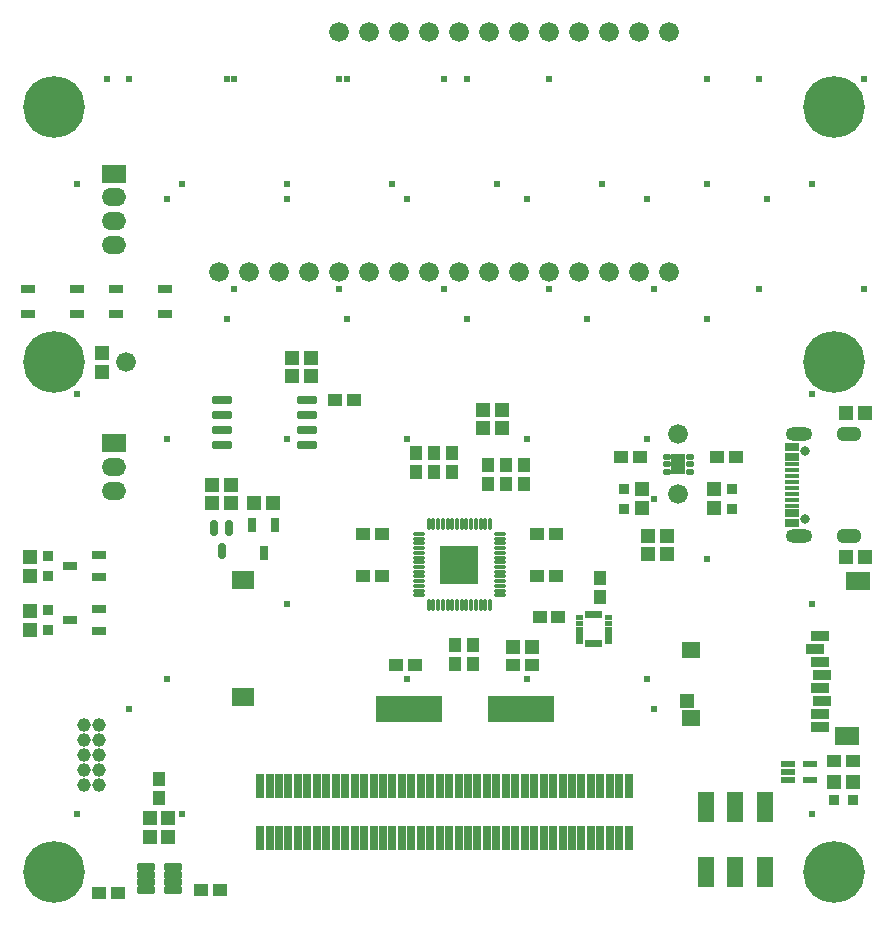
<source format=gts>
G04*
G04 #@! TF.GenerationSoftware,Altium Limited,Altium Designer,24.2.2 (26)*
G04*
G04 Layer_Color=8388736*
%FSLAX44Y44*%
%MOMM*%
G71*
G04*
G04 #@! TF.SameCoordinates,F7EBB540-B4CE-4F1F-BB4A-EDFB59B12267*
G04*
G04*
G04 #@! TF.FilePolarity,Negative*
G04*
G01*
G75*
%ADD43R,1.3000X0.7500*%
%ADD44R,1.3000X0.4500*%
%ADD45R,1.1500X1.2000*%
%ADD46R,1.2000X1.1500*%
%ADD47R,1.8500X1.6500*%
%ADD48R,0.7500X1.1500*%
%ADD49R,1.2676X0.5056*%
%ADD50R,1.1500X1.1000*%
%ADD51R,0.9500X0.9500*%
%ADD52R,2.0500X1.5500*%
%ADD53R,1.5500X1.3500*%
%ADD54R,1.1900X1.1500*%
%ADD55R,1.6500X0.9500*%
%ADD56R,1.5500X1.4500*%
%ADD57R,5.6880X2.2082*%
%ADD58R,1.1000X1.1500*%
G04:AMPARAMS|DCode=59|XSize=1.3mm|YSize=0.65mm|CornerRadius=0.1375mm|HoleSize=0mm|Usage=FLASHONLY|Rotation=270.000|XOffset=0mm|YOffset=0mm|HoleType=Round|Shape=RoundedRectangle|*
%AMROUNDEDRECTD59*
21,1,1.3000,0.3750,0,0,270.0*
21,1,1.0250,0.6500,0,0,270.0*
1,1,0.2750,-0.1875,-0.5125*
1,1,0.2750,-0.1875,0.5125*
1,1,0.2750,0.1875,0.5125*
1,1,0.2750,0.1875,-0.5125*
%
%ADD59ROUNDEDRECTD59*%
G04:AMPARAMS|DCode=60|XSize=1.52mm|YSize=0.63mm|CornerRadius=0.099mm|HoleSize=0mm|Usage=FLASHONLY|Rotation=0.000|XOffset=0mm|YOffset=0mm|HoleType=Round|Shape=RoundedRectangle|*
%AMROUNDEDRECTD60*
21,1,1.5200,0.4320,0,0,0.0*
21,1,1.3220,0.6300,0,0,0.0*
1,1,0.1980,0.6610,-0.2160*
1,1,0.1980,-0.6610,-0.2160*
1,1,0.1980,-0.6610,0.2160*
1,1,0.1980,0.6610,0.2160*
%
%ADD60ROUNDEDRECTD60*%
%ADD61R,1.3500X2.6500*%
%ADD62R,0.9500X0.9500*%
%ADD63R,1.1500X1.7500*%
G04:AMPARAMS|DCode=64|XSize=0.6mm|YSize=0.45mm|CornerRadius=0.0825mm|HoleSize=0mm|Usage=FLASHONLY|Rotation=0.000|XOffset=0mm|YOffset=0mm|HoleType=Round|Shape=RoundedRectangle|*
%AMROUNDEDRECTD64*
21,1,0.6000,0.2850,0,0,0.0*
21,1,0.4350,0.4500,0,0,0.0*
1,1,0.1650,0.2175,-0.1425*
1,1,0.1650,-0.2175,-0.1425*
1,1,0.1650,-0.2175,0.1425*
1,1,0.1650,0.2175,0.1425*
%
%ADD64ROUNDEDRECTD64*%
%ADD65C,1.6740*%
%ADD66R,1.2000X0.8000*%
%ADD67R,3.2000X3.2000*%
G04:AMPARAMS|DCode=68|XSize=0.94mm|YSize=0.3mm|CornerRadius=0.075mm|HoleSize=0mm|Usage=FLASHONLY|Rotation=0.000|XOffset=0mm|YOffset=0mm|HoleType=Round|Shape=RoundedRectangle|*
%AMROUNDEDRECTD68*
21,1,0.9400,0.1500,0,0,0.0*
21,1,0.7900,0.3000,0,0,0.0*
1,1,0.1500,0.3950,-0.0750*
1,1,0.1500,-0.3950,-0.0750*
1,1,0.1500,-0.3950,0.0750*
1,1,0.1500,0.3950,0.0750*
%
%ADD68ROUNDEDRECTD68*%
G04:AMPARAMS|DCode=69|XSize=0.3mm|YSize=0.94mm|CornerRadius=0.075mm|HoleSize=0mm|Usage=FLASHONLY|Rotation=0.000|XOffset=0mm|YOffset=0mm|HoleType=Round|Shape=RoundedRectangle|*
%AMROUNDEDRECTD69*
21,1,0.3000,0.7900,0,0,0.0*
21,1,0.1500,0.9400,0,0,0.0*
1,1,0.1500,0.0750,-0.3950*
1,1,0.1500,-0.0750,-0.3950*
1,1,0.1500,-0.0750,0.3950*
1,1,0.1500,0.0750,0.3950*
%
%ADD69ROUNDEDRECTD69*%
G04:AMPARAMS|DCode=70|XSize=1.76mm|YSize=0.73mm|CornerRadius=0.1475mm|HoleSize=0mm|Usage=FLASHONLY|Rotation=0.000|XOffset=0mm|YOffset=0mm|HoleType=Round|Shape=RoundedRectangle|*
%AMROUNDEDRECTD70*
21,1,1.7600,0.4350,0,0,0.0*
21,1,1.4650,0.7300,0,0,0.0*
1,1,0.2950,0.7325,-0.2175*
1,1,0.2950,-0.7325,-0.2175*
1,1,0.2950,-0.7325,0.2175*
1,1,0.2950,0.7325,0.2175*
%
%ADD70ROUNDEDRECTD70*%
%ADD71R,1.1500X0.7500*%
%ADD72R,0.6500X2.1500*%
G04:AMPARAMS|DCode=73|XSize=1.95mm|YSize=1.15mm|CornerRadius=0.325mm|HoleSize=0mm|Usage=FLASHONLY|Rotation=180.000|XOffset=0mm|YOffset=0mm|HoleType=Round|Shape=RoundedRectangle|*
%AMROUNDEDRECTD73*
21,1,1.9500,0.5000,0,0,180.0*
21,1,1.3000,1.1500,0,0,180.0*
1,1,0.6500,-0.6500,0.2500*
1,1,0.6500,0.6500,0.2500*
1,1,0.6500,0.6500,-0.2500*
1,1,0.6500,-0.6500,-0.2500*
%
%ADD73ROUNDEDRECTD73*%
%ADD74O,2.2500X1.1500*%
%ADD75C,0.8000*%
%ADD76O,2.0550X1.5470*%
%ADD77R,2.0550X1.5470*%
%ADD78C,1.1500*%
%ADD79C,5.2300*%
%ADD80C,0.6072*%
G36*
X464000Y215160D02*
X459500D01*
Y220660D01*
X464000D01*
Y215160D01*
D02*
G37*
G36*
X459000D02*
X454500D01*
Y220660D01*
X459000D01*
Y215160D01*
D02*
G37*
G36*
X454000D02*
X449500D01*
Y220660D01*
X454000D01*
Y215160D01*
D02*
G37*
G36*
X471750Y213410D02*
X466250D01*
Y217910D01*
X471750D01*
Y213410D01*
D02*
G37*
G36*
X447250D02*
X441750D01*
Y217910D01*
X447250D01*
Y213410D01*
D02*
G37*
G36*
X471750Y208410D02*
X466250D01*
Y212910D01*
X471750D01*
Y208410D01*
D02*
G37*
G36*
X447250D02*
X441750D01*
Y212910D01*
X447250D01*
Y208410D01*
D02*
G37*
G36*
X471750Y203410D02*
X466250D01*
Y207910D01*
X471750D01*
Y203410D01*
D02*
G37*
G36*
X447250D02*
X441750D01*
Y207910D01*
X447250D01*
Y203410D01*
D02*
G37*
G36*
X471750Y198410D02*
X466250D01*
Y202910D01*
X471750D01*
Y198410D01*
D02*
G37*
G36*
X447250D02*
X441750D01*
Y202910D01*
X447250D01*
Y198410D01*
D02*
G37*
G36*
X471750Y193410D02*
X466250D01*
Y197910D01*
X471750D01*
Y193410D01*
D02*
G37*
G36*
X447250D02*
X441750D01*
Y197910D01*
X447250D01*
Y193410D01*
D02*
G37*
G36*
X464000Y190660D02*
X459500D01*
Y196160D01*
X464000D01*
Y190660D01*
D02*
G37*
G36*
X459000D02*
X454500D01*
Y196160D01*
X459000D01*
Y190660D01*
D02*
G37*
G36*
X454000D02*
X449500D01*
Y196160D01*
X454000D01*
Y190660D01*
D02*
G37*
D43*
X624840Y295700D02*
D03*
Y359700D02*
D03*
Y303700D02*
D03*
Y351700D02*
D03*
D44*
Y330200D02*
D03*
Y325200D02*
D03*
Y335200D02*
D03*
Y340200D02*
D03*
Y345200D02*
D03*
Y320200D02*
D03*
Y315200D02*
D03*
Y310200D02*
D03*
D45*
X497840Y324040D02*
D03*
Y308040D02*
D03*
X558800Y324040D02*
D03*
Y308040D02*
D03*
X40640Y423800D02*
D03*
X40640Y439800D02*
D03*
X81280Y46100D02*
D03*
Y30100D02*
D03*
X-20240Y205360D02*
D03*
Y221360D02*
D03*
Y251080D02*
D03*
Y267080D02*
D03*
X96520Y30100D02*
D03*
Y46100D02*
D03*
D46*
X378840Y375920D02*
D03*
X362840D02*
D03*
X378840Y391160D02*
D03*
X362840D02*
D03*
X169038Y312420D02*
D03*
X185038D02*
D03*
X149478Y327660D02*
D03*
X133478D02*
D03*
X149478Y312420D02*
D03*
X133478Y312420D02*
D03*
X670310Y266620D02*
D03*
X686310D02*
D03*
X518540Y284480D02*
D03*
X502540D02*
D03*
X518540Y269240D02*
D03*
X502540D02*
D03*
X660020Y76200D02*
D03*
X676020D02*
D03*
X670560Y388540D02*
D03*
X686560D02*
D03*
X201550Y420370D02*
D03*
X217550D02*
D03*
Y435610D02*
D03*
X201550D02*
D03*
X388240Y190500D02*
D03*
X404240D02*
D03*
D47*
X159258Y247620D02*
D03*
Y148620D02*
D03*
D48*
X177038Y269940D02*
D03*
X167538Y293940D02*
D03*
X186538D02*
D03*
D49*
X640080Y91440D02*
D03*
Y78232D02*
D03*
X620776D02*
D03*
Y84836D02*
D03*
Y91440D02*
D03*
D50*
X660020Y93980D02*
D03*
X676020D02*
D03*
X576960Y351750D02*
D03*
X560960D02*
D03*
X289180Y175260D02*
D03*
X305180D02*
D03*
X410720Y215660D02*
D03*
X426720D02*
D03*
X424560Y286350D02*
D03*
X408560D02*
D03*
X37720Y-17780D02*
D03*
X53720D02*
D03*
X140080Y-15240D02*
D03*
X124080D02*
D03*
X253490Y400050D02*
D03*
X237490D02*
D03*
X479680Y351750D02*
D03*
X495680D02*
D03*
X424560Y250350D02*
D03*
X408560D02*
D03*
X261240D02*
D03*
X277240D02*
D03*
X261240Y286350D02*
D03*
X277240D02*
D03*
X404240Y175260D02*
D03*
X388240D02*
D03*
D51*
X482600Y324290D02*
D03*
Y307790D02*
D03*
X574040Y324290D02*
D03*
Y307790D02*
D03*
X-5000Y205110D02*
D03*
Y221610D02*
D03*
X-5000Y250830D02*
D03*
Y267330D02*
D03*
D52*
X680720Y246380D02*
D03*
X670720Y114880D02*
D03*
D53*
X539220Y130280D02*
D03*
D54*
X535520Y144780D02*
D03*
D55*
X647820Y177680D02*
D03*
Y155680D02*
D03*
Y133680D02*
D03*
Y122680D02*
D03*
Y199680D02*
D03*
X643820Y188680D02*
D03*
X649820Y166680D02*
D03*
Y144680D02*
D03*
D56*
X539220Y187780D02*
D03*
D57*
X299974Y138430D02*
D03*
X394970D02*
D03*
D58*
X339090Y176150D02*
D03*
Y192150D02*
D03*
X354330Y176150D02*
D03*
Y192150D02*
D03*
X461750Y249060D02*
D03*
Y233060D02*
D03*
X397510Y344550D02*
D03*
Y328550D02*
D03*
X382270Y344550D02*
D03*
Y328550D02*
D03*
X367030Y344550D02*
D03*
Y328550D02*
D03*
X306070Y354710D02*
D03*
Y338710D02*
D03*
X336550Y354710D02*
D03*
Y338710D02*
D03*
X321310Y354710D02*
D03*
Y338710D02*
D03*
X88830Y62410D02*
D03*
Y78410D02*
D03*
D59*
X147978Y291740D02*
D03*
X134978D02*
D03*
X141478Y272140D02*
D03*
D60*
X100630Y4260D02*
D03*
Y-2240D02*
D03*
Y-8740D02*
D03*
Y-15240D02*
D03*
X77630D02*
D03*
Y-8740D02*
D03*
Y-2240D02*
D03*
Y4260D02*
D03*
D61*
X601580Y55440D02*
D03*
X576580D02*
D03*
X551580D02*
D03*
X601580Y440D02*
D03*
X576580D02*
D03*
X551580D02*
D03*
D62*
X659770Y60960D02*
D03*
X676270D02*
D03*
D63*
X528320Y345250D02*
D03*
D64*
X538070Y351750D02*
D03*
Y345250D02*
D03*
Y338750D02*
D03*
X518570D02*
D03*
Y345250D02*
D03*
Y351750D02*
D03*
D65*
X528320Y370650D02*
D03*
X528320Y319850D02*
D03*
X60960Y431800D02*
D03*
X241300Y711200D02*
D03*
X266700D02*
D03*
X292100D02*
D03*
X317500D02*
D03*
X342900D02*
D03*
X368300D02*
D03*
X393700D02*
D03*
X419100D02*
D03*
X444500D02*
D03*
X469900D02*
D03*
X495300D02*
D03*
X520700D02*
D03*
Y508000D02*
D03*
X495300D02*
D03*
X469900D02*
D03*
X444500D02*
D03*
X419100D02*
D03*
X393700D02*
D03*
X368300D02*
D03*
X342900D02*
D03*
X317500D02*
D03*
X292100D02*
D03*
X266700D02*
D03*
X241300D02*
D03*
X215900D02*
D03*
X190500D02*
D03*
X165100D02*
D03*
X139700D02*
D03*
D66*
X19460Y472440D02*
D03*
X-22040Y472440D02*
D03*
X19460Y493940D02*
D03*
X-22040D02*
D03*
X93980Y472440D02*
D03*
X52480D02*
D03*
X93980Y493940D02*
D03*
X52480D02*
D03*
D67*
X342900Y260350D02*
D03*
D68*
X377250Y286350D02*
D03*
Y282350D02*
D03*
Y278350D02*
D03*
Y274350D02*
D03*
Y270350D02*
D03*
Y266350D02*
D03*
Y262350D02*
D03*
Y258350D02*
D03*
Y254350D02*
D03*
Y250350D02*
D03*
Y246350D02*
D03*
Y242350D02*
D03*
Y238350D02*
D03*
Y234350D02*
D03*
X308550D02*
D03*
Y238350D02*
D03*
Y242350D02*
D03*
Y246350D02*
D03*
Y250350D02*
D03*
Y254350D02*
D03*
Y258350D02*
D03*
Y262350D02*
D03*
Y266350D02*
D03*
Y270350D02*
D03*
Y274350D02*
D03*
Y278350D02*
D03*
Y282350D02*
D03*
Y286350D02*
D03*
D69*
X316900Y294700D02*
D03*
X320900D02*
D03*
X324900D02*
D03*
X328900D02*
D03*
X332900D02*
D03*
X336900D02*
D03*
X340900D02*
D03*
X344900D02*
D03*
X348900D02*
D03*
X352900D02*
D03*
X356900D02*
D03*
X360900D02*
D03*
X364900D02*
D03*
X368900D02*
D03*
Y226000D02*
D03*
X364900D02*
D03*
X360900D02*
D03*
X356900D02*
D03*
X352900D02*
D03*
X348900D02*
D03*
X344900D02*
D03*
X340900D02*
D03*
X336900D02*
D03*
X332900D02*
D03*
X328900D02*
D03*
X324900D02*
D03*
X320900D02*
D03*
X316900D02*
D03*
D70*
X213850Y400050D02*
D03*
X213850Y387350D02*
D03*
Y374650D02*
D03*
X213850Y361950D02*
D03*
X141750D02*
D03*
X141750Y374650D02*
D03*
Y387350D02*
D03*
X141750Y400050D02*
D03*
D71*
X13480Y213360D02*
D03*
X37480Y222860D02*
D03*
Y203860D02*
D03*
X13480Y259080D02*
D03*
X37480Y268580D02*
D03*
Y249580D02*
D03*
D72*
X174200Y72800D02*
D03*
Y28800D02*
D03*
X182200Y72800D02*
D03*
Y28800D02*
D03*
X190200Y72800D02*
D03*
Y28800D02*
D03*
X198200Y72800D02*
D03*
Y28800D02*
D03*
X206200Y72800D02*
D03*
Y28800D02*
D03*
X214200Y72800D02*
D03*
Y28800D02*
D03*
X222200Y72800D02*
D03*
Y28800D02*
D03*
X230200Y72800D02*
D03*
Y28800D02*
D03*
X238200Y72800D02*
D03*
Y28800D02*
D03*
X246200Y72800D02*
D03*
Y28800D02*
D03*
X254200Y72800D02*
D03*
Y28800D02*
D03*
X262200Y72800D02*
D03*
Y28800D02*
D03*
X270200Y72800D02*
D03*
Y28800D02*
D03*
X278200Y72800D02*
D03*
Y28800D02*
D03*
X286200Y72800D02*
D03*
Y28800D02*
D03*
X294200Y72800D02*
D03*
Y28800D02*
D03*
X302200Y72800D02*
D03*
Y28800D02*
D03*
X310200Y72800D02*
D03*
Y28800D02*
D03*
X318200Y72800D02*
D03*
Y28800D02*
D03*
X326200Y72800D02*
D03*
Y28800D02*
D03*
X334200Y72800D02*
D03*
Y28800D02*
D03*
X342200Y72800D02*
D03*
Y28800D02*
D03*
X350200Y72800D02*
D03*
Y28800D02*
D03*
X358200Y72800D02*
D03*
Y28800D02*
D03*
X366200Y72800D02*
D03*
Y28800D02*
D03*
X374200Y72800D02*
D03*
Y28800D02*
D03*
X382200Y72800D02*
D03*
Y28800D02*
D03*
X390200Y72800D02*
D03*
Y28800D02*
D03*
X398200Y72800D02*
D03*
Y28800D02*
D03*
X406200Y72800D02*
D03*
Y28800D02*
D03*
X414200Y72800D02*
D03*
Y28800D02*
D03*
X422200Y72800D02*
D03*
Y28800D02*
D03*
X430200Y72800D02*
D03*
Y28800D02*
D03*
X438200Y72800D02*
D03*
Y28800D02*
D03*
X446200Y72800D02*
D03*
Y28800D02*
D03*
X454200Y72800D02*
D03*
Y28800D02*
D03*
X462200Y72800D02*
D03*
Y28800D02*
D03*
X470200Y72800D02*
D03*
Y28800D02*
D03*
X478200Y72800D02*
D03*
Y28800D02*
D03*
X486200Y72800D02*
D03*
Y28800D02*
D03*
D73*
X672390Y284500D02*
D03*
Y370900D02*
D03*
D74*
X630590Y284500D02*
D03*
Y370900D02*
D03*
D75*
X635590Y356600D02*
D03*
Y298800D02*
D03*
D76*
X50800Y322900D02*
D03*
Y342900D02*
D03*
Y551180D02*
D03*
Y571180D02*
D03*
Y531180D02*
D03*
D77*
Y362900D02*
D03*
Y591180D02*
D03*
D78*
X25400Y73660D02*
D03*
Y86360D02*
D03*
Y99060D02*
D03*
Y111760D02*
D03*
Y124460D02*
D03*
X38100Y73660D02*
D03*
Y86360D02*
D03*
Y99060D02*
D03*
Y111760D02*
D03*
Y124460D02*
D03*
D79*
X660400Y647700D02*
D03*
X0D02*
D03*
Y431800D02*
D03*
Y0D02*
D03*
X660400D02*
D03*
Y431800D02*
D03*
D80*
X685800Y671830D02*
D03*
X641350Y582930D02*
D03*
X685800Y494030D02*
D03*
X641350Y405130D02*
D03*
Y227330D02*
D03*
Y49530D02*
D03*
X596900Y671830D02*
D03*
X552450Y582930D02*
D03*
X596900Y494030D02*
D03*
X463550Y582930D02*
D03*
X508000Y494030D02*
D03*
Y316230D02*
D03*
Y138430D02*
D03*
X419100Y671830D02*
D03*
X374650Y582930D02*
D03*
X419100Y494030D02*
D03*
X330200Y671830D02*
D03*
X285750Y582930D02*
D03*
X330200Y494030D02*
D03*
X241300Y671830D02*
D03*
X196850Y582930D02*
D03*
X241300Y494030D02*
D03*
X196850Y227330D02*
D03*
X152400Y671830D02*
D03*
X107950Y582930D02*
D03*
X152400Y494030D02*
D03*
X107950Y49530D02*
D03*
X63500Y671830D02*
D03*
X19050Y582930D02*
D03*
Y405130D02*
D03*
X63500Y138430D02*
D03*
X19050Y49530D02*
D03*
X552450Y671830D02*
D03*
X603250Y570230D02*
D03*
X552450Y468630D02*
D03*
Y265430D02*
D03*
X501650Y570230D02*
D03*
X450850Y468630D02*
D03*
X501650Y367030D02*
D03*
Y163830D02*
D03*
X349250Y671830D02*
D03*
X400050Y570230D02*
D03*
X349250Y468630D02*
D03*
X400050Y367030D02*
D03*
Y163830D02*
D03*
X247650Y671830D02*
D03*
X298450Y570230D02*
D03*
X247650Y468630D02*
D03*
X298450Y367030D02*
D03*
Y163830D02*
D03*
X146050Y671830D02*
D03*
X196850Y570230D02*
D03*
X146050Y468630D02*
D03*
X196850Y367030D02*
D03*
X44450Y671830D02*
D03*
X95250Y570230D02*
D03*
Y367030D02*
D03*
Y163830D02*
D03*
M02*

</source>
